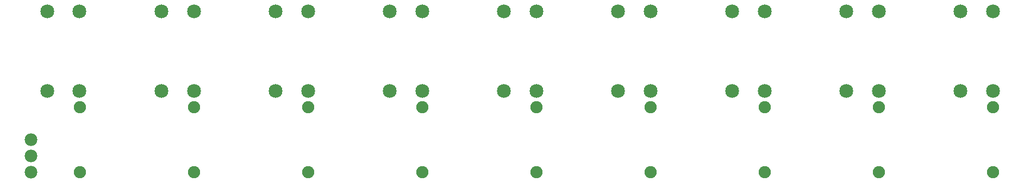
<source format=gbl>
G04 MADE WITH FRITZING*
G04 WWW.FRITZING.ORG*
G04 DOUBLE SIDED*
G04 HOLES PLATED*
G04 CONTOUR ON CENTER OF CONTOUR VECTOR*
%ASAXBY*%
%FSLAX23Y23*%
%MOIN*%
%OFA0B0*%
%SFA1.0B1.0*%
%ADD10C,0.078000*%
%ADD11C,0.085000*%
%ADD12C,0.075000*%
%LNCOPPER0*%
G90*
G70*
G54D10*
X198Y416D03*
X198Y316D03*
X198Y216D03*
G54D11*
X6098Y1208D03*
X5901Y1208D03*
X5901Y716D03*
X6098Y716D03*
X5398Y1208D03*
X5201Y1208D03*
X5201Y716D03*
X5398Y716D03*
X3298Y1208D03*
X3101Y1208D03*
X3101Y716D03*
X3298Y716D03*
X3998Y1208D03*
X3801Y1208D03*
X3801Y716D03*
X3998Y716D03*
X4698Y1208D03*
X4501Y1208D03*
X4501Y716D03*
X4698Y716D03*
X2598Y1208D03*
X2401Y1208D03*
X2401Y716D03*
X2598Y716D03*
X1198Y1208D03*
X1001Y1208D03*
X1001Y716D03*
X1198Y716D03*
X1898Y1208D03*
X1701Y1208D03*
X1701Y716D03*
X1898Y716D03*
X495Y1208D03*
X298Y1208D03*
X298Y716D03*
X495Y716D03*
G54D12*
X498Y616D03*
X498Y216D03*
X6098Y616D03*
X6098Y216D03*
X5398Y616D03*
X5398Y216D03*
X4698Y616D03*
X4698Y216D03*
X3998Y616D03*
X3998Y216D03*
X3298Y616D03*
X3298Y216D03*
X1898Y616D03*
X1898Y216D03*
X2598Y616D03*
X2598Y216D03*
X1198Y616D03*
X1198Y216D03*
G04 End of Copper0*
M02*
</source>
